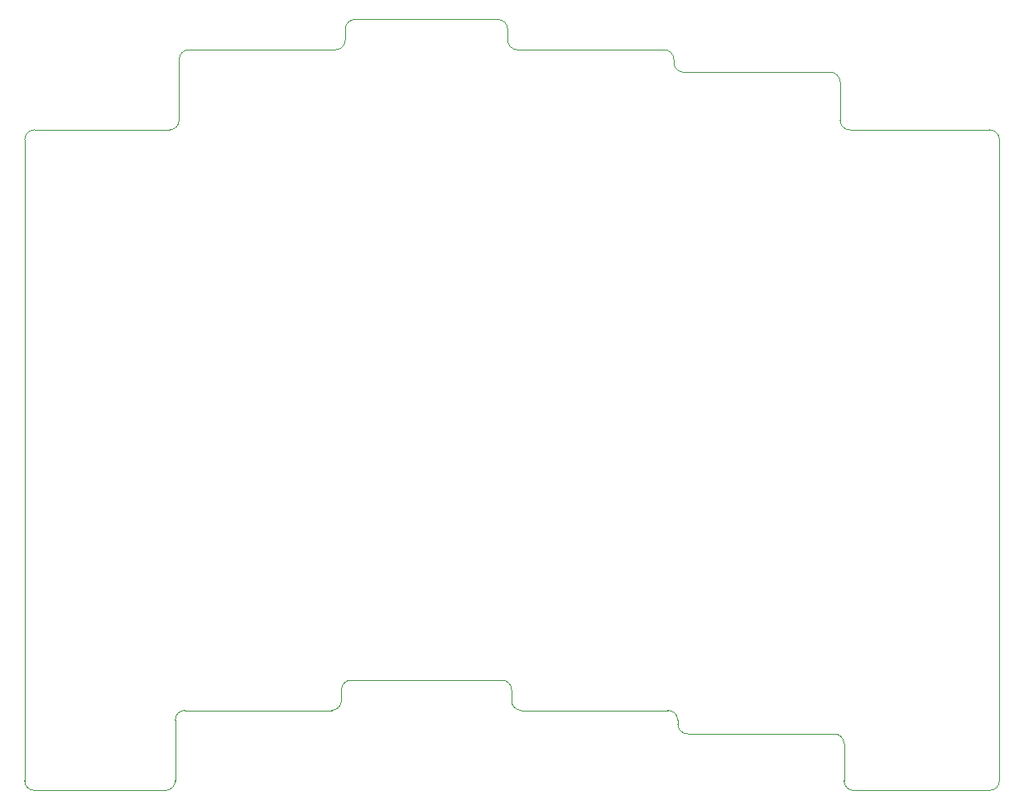
<source format=gbr>
G04 #@! TF.GenerationSoftware,KiCad,Pcbnew,9.0.0*
G04 #@! TF.CreationDate,2025-03-30T21:57:13+09:00*
G04 #@! TF.ProjectId,nofy,6e6f6679-2e6b-4696-9361-645f70636258,rev?*
G04 #@! TF.SameCoordinates,Original*
G04 #@! TF.FileFunction,Profile,NP*
%FSLAX46Y46*%
G04 Gerber Fmt 4.6, Leading zero omitted, Abs format (unit mm)*
G04 Created by KiCad (PCBNEW 9.0.0) date 2025-03-30 21:57:13*
%MOMM*%
%LPD*%
G01*
G04 APERTURE LIST*
G04 #@! TA.AperFunction,Profile*
%ADD10C,0.050000*%
G04 #@! TD*
G04 APERTURE END LIST*
D10*
X68100000Y-21800000D02*
G75*
G02*
X67100000Y-20800000I0J1000000D01*
G01*
X85100000Y-24100000D02*
X100100000Y-24100000D01*
X67100000Y-19700000D02*
X67100000Y-20800000D01*
X18700000Y-30000000D02*
X32500000Y-29999993D01*
X17700000Y-31000000D02*
G75*
G02*
X18700000Y-30000000I1000000J0D01*
G01*
X102500000Y-97600000D02*
G75*
G02*
X101500000Y-96600000I0J1000000D01*
G01*
X17700000Y-96600000D02*
X17700000Y-31000000D01*
X50500000Y-20800000D02*
G75*
G02*
X49500000Y-21800000I-1000000J0D01*
G01*
X116400000Y-30000000D02*
X102100000Y-30000000D01*
X33500000Y-28999993D02*
X33500000Y-22800000D01*
X66100000Y-18700000D02*
G75*
G02*
X67100000Y-19700000I0J-1000000D01*
G01*
X117400000Y-31000000D02*
X117400000Y-96600000D01*
X83500000Y-89400000D02*
G75*
G02*
X84500000Y-90400000I0J-1000000D01*
G01*
X50100000Y-87300000D02*
X50100000Y-88400000D01*
X50500000Y-20800000D02*
X50500000Y-19700000D01*
X50100000Y-88400000D02*
G75*
G02*
X49100000Y-89400000I-1000000J0D01*
G01*
X83500000Y-89400000D02*
X68500000Y-89400000D01*
X84100000Y-22800000D02*
X84100000Y-23100000D01*
X50500000Y-19700000D02*
G75*
G02*
X51500000Y-18700000I1000000J0D01*
G01*
X101100000Y-25100000D02*
X101100000Y-28996246D01*
X18700000Y-97600000D02*
G75*
G02*
X17700000Y-96600000I0J1000000D01*
G01*
X68500000Y-89400000D02*
G75*
G02*
X67500000Y-88400000I0J1000000D01*
G01*
X66500000Y-86300000D02*
X51100000Y-86300000D01*
X100500000Y-91800000D02*
G75*
G02*
X101500000Y-92800000I0J-1000000D01*
G01*
X102100000Y-30000000D02*
G75*
G02*
X101100000Y-29000000I0J1000000D01*
G01*
X68100000Y-21800000D02*
X83100000Y-21800000D01*
X85100000Y-24100000D02*
G75*
G02*
X84100000Y-23100000I0J1000000D01*
G01*
X116400000Y-97600000D02*
X102500000Y-97600000D01*
X85500000Y-91800000D02*
G75*
G02*
X84500000Y-90800000I0J1000000D01*
G01*
X33100000Y-90400000D02*
G75*
G02*
X34100000Y-89400000I1000000J0D01*
G01*
X33100000Y-90400000D02*
X33100000Y-96600000D01*
X51500000Y-18700000D02*
X66100000Y-18700000D01*
X33500000Y-28999993D02*
G75*
G02*
X32500000Y-30000000I-1000000J-7D01*
G01*
X100500000Y-91800000D02*
X85500000Y-91800000D01*
X67500000Y-88400000D02*
X67500000Y-87300000D01*
X33100000Y-96600000D02*
G75*
G02*
X32100000Y-97600000I-1000000J0D01*
G01*
X49100000Y-89400000D02*
X34100000Y-89400000D01*
X100100000Y-24100000D02*
G75*
G02*
X101100000Y-25100000I0J-1000000D01*
G01*
X84500000Y-90800000D02*
X84500000Y-90400000D01*
X50100000Y-87300000D02*
G75*
G02*
X51100000Y-86300000I1000000J0D01*
G01*
X66500000Y-86300000D02*
G75*
G02*
X67500000Y-87300000I0J-1000000D01*
G01*
X33500000Y-22800000D02*
G75*
G02*
X34500000Y-21800000I1000000J0D01*
G01*
X83100000Y-21800000D02*
G75*
G02*
X84100000Y-22800000I0J-1000000D01*
G01*
X101500000Y-96600000D02*
X101500000Y-92800000D01*
X32100000Y-97600000D02*
X18700000Y-97600000D01*
X34500000Y-21800000D02*
X49500000Y-21800000D01*
X116400000Y-30000000D02*
G75*
G02*
X117400000Y-31000000I0J-1000000D01*
G01*
X117400000Y-96600000D02*
G75*
G02*
X116400000Y-97600000I-1000000J0D01*
G01*
M02*

</source>
